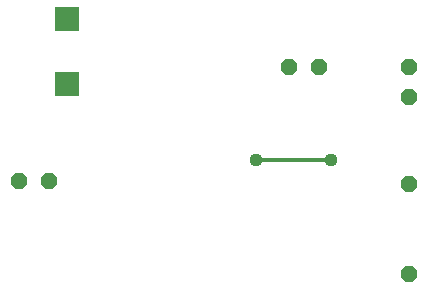
<source format=gbl>
G75*
%MOIN*%
%OFA0B0*%
%FSLAX25Y25*%
%IPPOS*%
%LPD*%
%AMOC8*
5,1,8,0,0,1.08239X$1,22.5*
%
%ADD10OC8,0.05200*%
%ADD11R,0.08268X0.08268*%
%ADD12C,0.04400*%
%ADD13C,0.01300*%
D10*
X0020000Y0059000D03*
X0030000Y0059000D03*
X0110000Y0097000D03*
X0120000Y0097000D03*
X0150000Y0097000D03*
X0150000Y0087000D03*
X0150000Y0058000D03*
X0150000Y0028000D03*
D11*
X0036000Y0091173D03*
X0036000Y0112827D03*
D12*
X0099000Y0066000D03*
X0124000Y0066000D03*
D13*
X0099000Y0066000D01*
M02*

</source>
